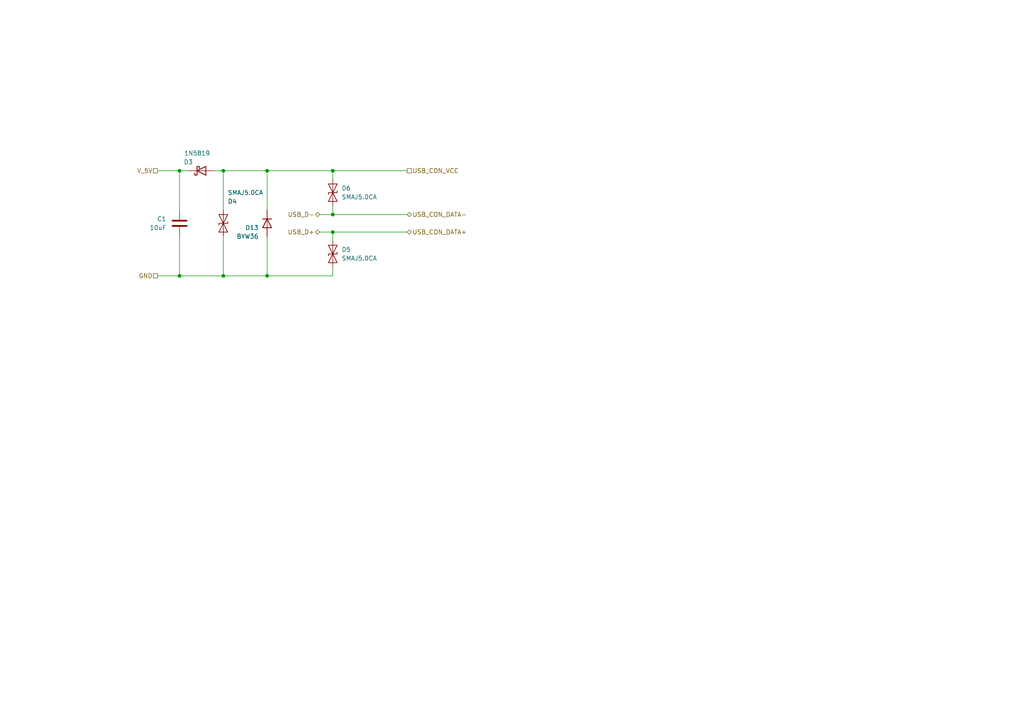
<source format=kicad_sch>
(kicad_sch (version 20250114) (generator "eeschema") (generator_version "9.0")
  (paper "A4")
  (lib_symbols
    (symbol "Device:C" (pin_numbers (hide yes)) (pin_names (offset 0.254))
      (property "Reference" "C" (at 0.635 2.54 0))
      (property "Value" "C" (at 0.635 -2.54 0))
      (symbol "C_0_1"
        (polyline (pts (xy -2.032 0.762) (xy 2.032 0.762)) (stroke (width 0.508)))
        (polyline (pts (xy -2.032 -0.762) (xy 2.032 -0.762)) (stroke (width 0.508)))
      )
      (symbol "C_1_1"
        (pin passive line (at 0 3.81 270) (length 2.794) (name "~") (number "1"))
        (pin passive line (at 0 -3.81 90) (length 2.794) (name "~") (number "2"))
      )
    )
    (symbol "Diode:1N5819WS" (pin_numbers (hide yes)) (pin_names (offset 1.016) (hide yes))
      (property "Reference" "D" (at 0 2.54 0))
      (property "Value" "1N5819WS" (at 0 -2.54 0))
      (symbol "1N5819WS_0_1"
        (polyline (pts (xy -1.905 0.635) (xy -1.905 1.27) (xy -1.27 1.27) (xy -1.27 -1.27) (xy -0.635 -1.27) (xy -0.635 -0.635)) (stroke (width 0.254)))
        (polyline (pts (xy 1.27 1.27) (xy 1.27 -1.27) (xy -1.27 0) (xy 1.27 1.27)) (stroke (width 0.254)))
        (polyline (pts (xy 1.27 0) (xy -1.27 0)))
      )
      (symbol "1N5819WS_1_1"
        (pin passive line (at -3.81 0 0) (length 2.54) (name "K") (number "1"))
        (pin passive line (at 3.81 0 180) (length 2.54) (name "A") (number "2"))
      )
    )
    (symbol "Diode:1N914" (pin_numbers (hide yes)) (pin_names (hide yes))
      (property "Reference" "D" (at 0 2.54 0))
      (property "Value" "1N914" (at 0 -2.54 0))
      (symbol "1N914_0_1"
        (polyline (pts (xy -1.27 1.27) (xy -1.27 -1.27)) (stroke (width 0.254)))
        (polyline (pts (xy 1.27 1.27) (xy 1.27 -1.27) (xy -1.27 0) (xy 1.27 1.27)) (stroke (width 0.254)))
        (polyline (pts (xy 1.27 0) (xy -1.27 0)))
      )
      (symbol "1N914_1_1"
        (pin passive line (at -3.81 0 0) (length 2.54) (name "K") (number "1"))
        (pin passive line (at 3.81 0 180) (length 2.54) (name "A") (number "2"))
      )
    )
    (symbol "Diode:SMAJ5.0CA" (pin_numbers (hide yes)) (pin_names (offset 1.016) (hide yes))
      (property "Reference" "D" (at 0 2.54 0))
      (property "Value" "SMAJ5.0CA" (at 0 -2.54 0))
      (symbol "SMAJ5.0CA_0_1"
        (polyline (pts (xy -2.54 -1.27) (xy 0 0) (xy -2.54 1.27) (xy -2.54 -1.27)) (stroke (width 0.2032)))
        (polyline (pts (xy 0.508 1.27) (xy 0 1.27) (xy 0 -1.27) (xy -0.508 -1.27)) (stroke (width 0.2032)))
        (polyline (pts (xy 1.27 0) (xy -1.27 0)))
        (polyline (pts (xy 2.54 1.27) (xy 2.54 -1.27) (xy 0 0) (xy 2.54 1.27)) (stroke (width 0.2032)))
      )
      (symbol "SMAJ5.0CA_1_1"
        (pin passive line (at -3.81 0 0) (length 2.54) (name "A1") (number "1"))
        (pin passive line (at 3.81 0 180) (length 2.54) (name "A2") (number "2"))
      )
    )
  )
  (junction (at 96.52 62.23))
  (junction (at 77.47 49.53))
  (junction (at 52.07 49.53))
  (junction (at 52.07 80.01))
  (junction (at 64.77 80.01))
  (junction (at 96.52 67.31))
  (junction (at 96.52 49.53))
  (junction (at 77.47 80.01))
  (junction (at 64.77 49.53))
  (wire (pts (xy 92.71 62.23) (xy 96.52 62.23)))
  (wire (pts (xy 64.77 68.58) (xy 64.77 80.01)))
  (wire (pts (xy 77.47 49.53) (xy 96.52 49.53)))
  (wire (pts (xy 64.77 49.53) (xy 77.47 49.53)))
  (wire (pts (xy 77.47 68.58) (xy 77.47 80.01)))
  (wire (pts (xy 52.07 80.01) (xy 64.77 80.01)))
  (wire (pts (xy 96.52 49.53) (xy 96.52 52.07)))
  (wire (pts (xy 118.11 67.31) (xy 96.52 67.31)))
  (wire (pts (xy 64.77 49.53) (xy 64.77 60.96)))
  (wire (pts (xy 77.47 49.53) (xy 77.47 60.96)))
  (wire (pts (xy 96.52 49.53) (xy 118.11 49.53)))
  (wire (pts (xy 77.47 80.01) (xy 96.52 80.01)))
  (wire (pts (xy 118.11 62.23) (xy 96.52 62.23)))
  (wire (pts (xy 92.71 67.31) (xy 96.52 67.31)))
  (wire (pts (xy 62.23 49.53) (xy 64.77 49.53)))
  (wire (pts (xy 64.77 80.01) (xy 77.47 80.01)))
  (wire (pts (xy 96.52 69.85) (xy 96.52 67.31)))
  (wire (pts (xy 52.07 49.53) (xy 52.07 60.96)))
  (wire (pts (xy 96.52 77.47) (xy 96.52 80.01)))
  (wire (pts (xy 45.72 49.53) (xy 52.07 49.53)))
  (wire (pts (xy 45.72 80.01) (xy 52.07 80.01)))
  (wire (pts (xy 96.52 59.69) (xy 96.52 62.23)))
  (wire (pts (xy 52.07 68.58) (xy 52.07 80.01)))
  (wire (pts (xy 52.07 49.53) (xy 54.61 49.53)))
  (hierarchical_label "USB_D+" (shape bidirectional) (at 92.71 67.31 180))
  (hierarchical_label "USB_D-" (shape bidirectional) (at 92.71 62.23 180))
  (hierarchical_label "V_5V" (shape passive) (at 45.72 49.53 180))
  (hierarchical_label "GND" (shape passive) (at 45.72 80.01 180))
  (hierarchical_label "USB_CON_DATA+" (shape bidirectional) (at 118.11 67.31 0))
  (hierarchical_label "USB_CON_DATA-" (shape bidirectional) (at 118.11 62.23 0))
  (hierarchical_label "USB_CON_VCC" (shape passive) (at 118.11 49.53 0))
  (symbol (lib_id "Diode:1N914") (at 77.47 64.77 270) (unit 1)
    (property "Reference" "D13" (at 71.12 66.04 90) (effects (justify left)))
    (property "Value" "BYW36" (at 68.58 68.58 90) (effects (justify left)))
    (property "Footprint" "Diode_THT:D_A-405_P7.62mm_Horizontal" (effects (hide yes)))
    (property "Description" "BYW95A" (effects (hide yes)))
    (property "Sim.Device" "D" (effects (hide yes)))
    (property "Sim.Pins" "1=K 2=A" (effects (hide yes)))
  )
  (symbol (lib_id "Diode:1N5819WS") (at 58.42 49.53 0) (mirror x) (unit 1)
    (property "Reference" "D3" (at 54.61 46.99 0))
    (property "Value" "1N5819" (at 57.15 44.45 0))
    (property "Footprint" "Diode_SMD:D_SOD-323" (effects (hide yes)))
    (property "Datasheet" "https://datasheet.lcsc.com/lcsc/2204281430_Guangdong-Hottech-1N5819WS_C191023.pdf" (effects (hide yes)))
    (property "Description" "40V 600mV@1A 1A SOD-323 Schottky Barrier Diodes, SOD-323" (effects (hide yes)))
  )
  (symbol (lib_id "Diode:SMAJ5.0CA") (at 64.77 64.77 90) (mirror x) (unit 1)
    (property "Reference" "D4" (at 66.04 58.42 90) (effects (justify right)))
    (property "Value" "SMAJ5.0CA" (at 66.04 55.88 90) (effects (justify right)))
    (property "Footprint" "Diode_SMD:D_SMB_Handsoldering" (effects (hide yes)))
    (property "Datasheet" "https://www.littelfuse.com/media?resourcetype=datasheets&itemid=75e32973-b177-4ee3-a0ff-cedaf1abdb93&filename=smaj-datasheet" (effects (hide yes)))
    (property "Description" "400W bidirectional Transient Voltage Suppressor, 5.0Vr, SMA(DO-214AC)" (effects (hide yes)))
  )
  (symbol (lib_id "Diode:SMAJ5.0CA") (at 96.52 73.66 90) (mirror x) (unit 1)
    (property "Reference" "D5" (at 99.06 72.3899 90) (effects (justify right)))
    (property "Value" "SMAJ5.0CA" (at 99.06 74.9299 90) (effects (justify right)))
    (property "Footprint" "Diode_SMD:D_SMB_Handsoldering" (effects (hide yes)))
    (property "Datasheet" "https://www.littelfuse.com/media?resourcetype=datasheets&itemid=75e32973-b177-4ee3-a0ff-cedaf1abdb93&filename=smaj-datasheet" (effects (hide yes)))
    (property "Description" "400W bidirectional Transient Voltage Suppressor, 5.0Vr, SMA(DO-214AC)" (effects (hide yes)))
  )
  (symbol (lib_id "Diode:SMAJ5.0CA") (at 96.52 55.88 90) (mirror x) (unit 1)
    (property "Reference" "D6" (at 99.06 54.6099 90) (effects (justify right)))
    (property "Value" "SMAJ5.0CA" (at 99.06 57.1499 90) (effects (justify right)))
    (property "Footprint" "Diode_SMD:D_SMB_Handsoldering" (effects (hide yes)))
    (property "Datasheet" "https://www.littelfuse.com/media?resourcetype=datasheets&itemid=75e32973-b177-4ee3-a0ff-cedaf1abdb93&filename=smaj-datasheet" (effects (hide yes)))
    (property "Description" "400W bidirectional Transient Voltage Suppressor, 5.0Vr, SMA(DO-214AC)" (effects (hide yes)))
  )
  (symbol (lib_id "Device:C") (at 52.07 64.77 0) (mirror x) (unit 1)
    (property "Reference" "C1" (at 48.26 63.4999 0) (effects (justify right)))
    (property "Value" "10uF" (at 48.26 66.0399 0) (effects (justify right)))
    (property "Footprint" "Capacitor_SMD:C_1206_3216Metric_Pad1.33x1.80mm_HandSolder" (effects (hide yes)))
    (property "Description" "Unpolarized capacitor" (effects (hide yes)))
  )
)
</source>
